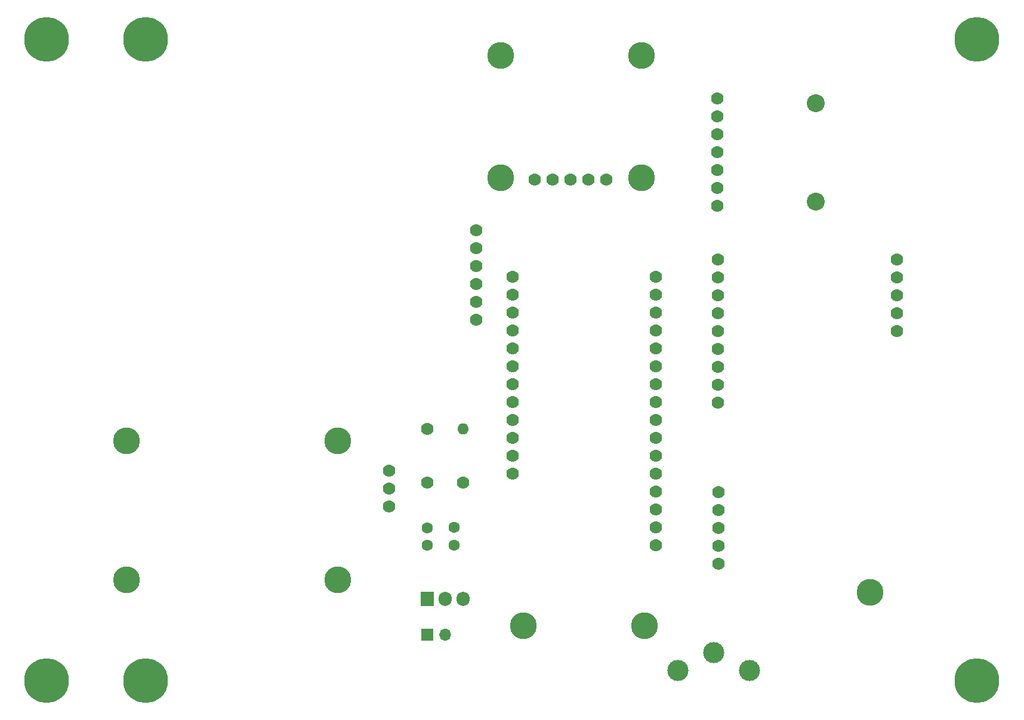
<source format=gbr>
%TF.GenerationSoftware,KiCad,Pcbnew,7.0.10*%
%TF.CreationDate,2024-03-23T17:35:10-04:00*%
%TF.ProjectId,blue-bike-air-pollution-monitor 3-23,626c7565-2d62-4696-9b65-2d6169722d70,rev?*%
%TF.SameCoordinates,Original*%
%TF.FileFunction,Soldermask,Bot*%
%TF.FilePolarity,Negative*%
%FSLAX46Y46*%
G04 Gerber Fmt 4.6, Leading zero omitted, Abs format (unit mm)*
G04 Created by KiCad (PCBNEW 7.0.10) date 2024-03-23 17:35:10*
%MOMM*%
%LPD*%
G01*
G04 APERTURE LIST*
%ADD10C,2.540000*%
%ADD11C,1.778000*%
%ADD12C,6.350000*%
%ADD13R,1.700000X1.700000*%
%ADD14O,1.700000X1.700000*%
%ADD15O,1.600000X1.600000*%
%ADD16C,1.600000*%
%ADD17C,3.810000*%
%ADD18R,1.905000X2.000000*%
%ADD19O,1.905000X2.000000*%
%ADD20C,3.000000*%
G04 APERTURE END LIST*
D10*
%TO.C,Accelerometer1*%
X166905000Y-85825000D03*
X166905000Y-71855000D03*
D11*
X152935000Y-86460000D03*
X152935000Y-83920000D03*
X152935000Y-81380000D03*
X152935000Y-78840000D03*
X152935000Y-76300000D03*
X152935000Y-73760000D03*
X152935000Y-71220000D03*
%TD*%
D12*
%TO.C,H1*%
X57797700Y-62801500D03*
%TD*%
D11*
%TO.C,SEN55*%
X118695800Y-102566800D03*
X118695800Y-100026800D03*
X118695800Y-97486800D03*
X118695800Y-94946800D03*
X118695800Y-92406800D03*
X118695800Y-89866800D03*
%TD*%
D13*
%TO.C,BT1*%
X111760000Y-147320000D03*
D14*
X114300000Y-147320000D03*
%TD*%
D12*
%TO.C,H6*%
X71793100Y-153809700D03*
%TD*%
D11*
%TO.C,R1*%
X116840000Y-125730000D03*
D15*
X116840000Y-118110000D03*
%TD*%
D16*
%TO.C,C2*%
X115570000Y-134580000D03*
X115570000Y-132080000D03*
%TD*%
D12*
%TO.C,H3*%
X57797700Y-153809700D03*
%TD*%
D11*
%TO.C,R2*%
X111760000Y-125730000D03*
X111760000Y-118110000D03*
%TD*%
D16*
%TO.C,C1*%
X111760000Y-134620000D03*
X111760000Y-132120000D03*
%TD*%
D12*
%TO.C,H2*%
X189801500Y-62801500D03*
%TD*%
D11*
%TO.C,ESP32-WROOM-32E1*%
X123875800Y-96520000D03*
X123875800Y-99060000D03*
X123875800Y-101600000D03*
X123875800Y-104140000D03*
X123875800Y-106680000D03*
X123875800Y-109220000D03*
X123875800Y-111760000D03*
X123875800Y-114300000D03*
X123875800Y-116840000D03*
X123875800Y-119380000D03*
X123875800Y-121920000D03*
X123875800Y-124460000D03*
X144195800Y-134620000D03*
X144195800Y-132080000D03*
X144195800Y-129540000D03*
X144195800Y-127000000D03*
X144195800Y-124460000D03*
X144195800Y-121920000D03*
X144195800Y-119380000D03*
X144195800Y-116840000D03*
X144195800Y-114300000D03*
X144195800Y-111760000D03*
X144195800Y-109220000D03*
X144195800Y-106680000D03*
X144195800Y-104140000D03*
X144195800Y-101600000D03*
X144195800Y-99060000D03*
X144195800Y-96520000D03*
D17*
X125437900Y-146011900D03*
X142633700Y-146011900D03*
%TD*%
%TO.C,Methane1*%
X99060000Y-139507900D03*
X69113400Y-139507900D03*
X99060000Y-119772100D03*
X69113400Y-119772100D03*
D11*
X106349800Y-129068500D03*
X106349800Y-126528500D03*
X106349800Y-123988500D03*
%TD*%
D18*
%TO.C,U1*%
X111760000Y-142240000D03*
D19*
X114300000Y-142240000D03*
X116840000Y-142240000D03*
%TD*%
D20*
%TO.C,5V1*%
X157480000Y-152400000D03*
%TD*%
D12*
%TO.C,H5*%
X71793100Y-62801500D03*
%TD*%
D11*
%TO.C,GPS1*%
X153062000Y-127100000D03*
X153062000Y-129640000D03*
X153062000Y-132180000D03*
X153062000Y-134720000D03*
X153062000Y-137260000D03*
D17*
X174613900Y-141311300D03*
%TD*%
D11*
%TO.C,LoraWAN1*%
X178408000Y-94080000D03*
X178408000Y-96620000D03*
X178408000Y-99160000D03*
X178408000Y-101700000D03*
X178408000Y-104240000D03*
X153008000Y-114400000D03*
X153008000Y-111860000D03*
X153008000Y-109320000D03*
X153008000Y-106780000D03*
X153008000Y-104240000D03*
X153008000Y-101700000D03*
X153008000Y-99160000D03*
X153008000Y-96620000D03*
X153008000Y-94080000D03*
%TD*%
D12*
%TO.C,H4*%
X189801500Y-153809700D03*
%TD*%
D20*
%TO.C,3.3V1*%
X147320000Y-152400000D03*
%TD*%
D11*
%TO.C,CO2*%
X127050000Y-82680000D03*
X129590000Y-82680000D03*
X132130000Y-82680000D03*
X134670000Y-82680000D03*
X137210000Y-82680000D03*
D17*
X122173200Y-65103200D03*
X142185860Y-65103200D03*
X122173200Y-82415840D03*
X142185860Y-82415840D03*
%TD*%
D20*
%TO.C,GND1*%
X152400000Y-149860000D03*
%TD*%
M02*

</source>
